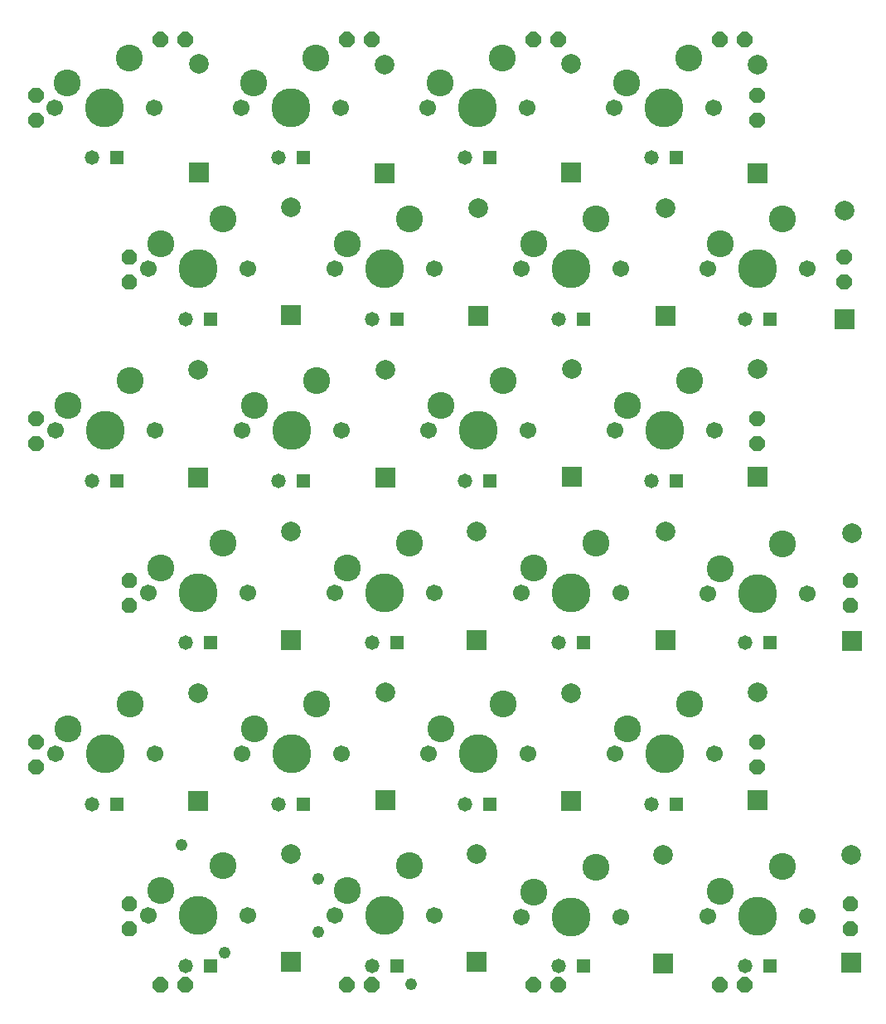
<source format=gbs>
G04 DipTrace 2.1.9.3*
%INBottomMask.gbr*%
%MOIN*%
%ADD21C,0.157*%
%ADD22C,0.067*%
%ADD28C,0.048*%
%ADD30R,0.058X0.058*%
%ADD32C,0.058*%
%ADD34C,0.0789*%
%ADD36R,0.0789X0.0789*%
%ADD38C,0.108*%
%FSLAX44Y44*%
%SFA1B1*%
%OFA0B0*%
G04*
G70*
G90*
G75*
G01*
%LNBotMask*%
%LPD*%
D28*
X15590Y500D3*
X8080Y1780D3*
X11864Y2610D3*
Y4755D3*
X6341Y6105D3*
D38*
X1750Y36750D3*
X4250Y37750D3*
D21*
X3250Y35750D3*
D22*
X1250D3*
X5250D3*
D38*
X9250Y36750D3*
X11750Y37750D3*
D21*
X10750Y35750D3*
D22*
X8750D3*
X12750D3*
D38*
X16750Y36750D3*
X19250Y37750D3*
D21*
X18250Y35750D3*
D22*
X16250D3*
X20250D3*
D38*
X24250Y36750D3*
X26750Y37750D3*
D21*
X25750Y35750D3*
D22*
X23750D3*
X27750D3*
D36*
X7050Y33150D3*
D34*
Y37500D3*
D36*
X14525Y33125D3*
D34*
Y37475D3*
D36*
X22025Y33150D3*
D34*
Y37500D3*
D36*
X29525Y33125D3*
D34*
Y37475D3*
D38*
X5500Y30275D3*
X8000Y31275D3*
D21*
X7000Y29275D3*
D22*
X5000D3*
X9000D3*
D38*
X13025Y30275D3*
X15525Y31275D3*
D21*
X14525Y29275D3*
D22*
X12525D3*
X16525D3*
D38*
X20525Y30275D3*
X23025Y31275D3*
D21*
X22025Y29275D3*
D22*
X20025D3*
X24025D3*
D38*
X28025Y30275D3*
X30525Y31275D3*
D21*
X29525Y29275D3*
D22*
X27525D3*
X31525D3*
D36*
X10750Y27400D3*
D34*
Y31750D3*
D36*
X18275Y27375D3*
D34*
Y31725D3*
D36*
X25825Y27375D3*
D34*
Y31725D3*
D36*
X33000Y27250D3*
D34*
Y31600D3*
D38*
X1775Y23775D3*
X4275Y24775D3*
D21*
X3275Y22775D3*
D22*
X1275D3*
X5275D3*
D38*
X9275Y23775D3*
X11775Y24775D3*
D21*
X10775Y22775D3*
D22*
X8775D3*
X12775D3*
D38*
X16775Y23775D3*
X19275Y24775D3*
D21*
X18275Y22775D3*
D22*
X16275D3*
X20275D3*
D38*
X24275Y23775D3*
X26775Y24775D3*
D21*
X25775Y22775D3*
D22*
X23775D3*
X27775D3*
D36*
X7000Y20875D3*
D34*
Y25225D3*
D36*
X14550Y20875D3*
D34*
Y25225D3*
D36*
X22050Y20900D3*
D34*
Y25250D3*
D36*
X29525Y20900D3*
D34*
Y25250D3*
D38*
X5500Y17250D3*
X8000Y18250D3*
D21*
X7000Y16250D3*
D22*
X5000D3*
X9000D3*
D38*
X13025Y17250D3*
X15525Y18250D3*
D21*
X14525Y16250D3*
D22*
X12525D3*
X16525D3*
D38*
X20525Y17250D3*
X23025Y18250D3*
D21*
X22025Y16250D3*
D22*
X20025D3*
X24025D3*
D38*
X28025Y17225D3*
X30525Y18225D3*
D21*
X29525Y16225D3*
D22*
X27525D3*
X31525D3*
D36*
X10750Y14350D3*
D34*
Y18700D3*
D36*
X18225Y14350D3*
D34*
Y18700D3*
D36*
X25800Y14350D3*
D34*
Y18700D3*
D36*
X33300Y14300D3*
D34*
Y18650D3*
D38*
X1775Y10775D3*
X4275Y11775D3*
D21*
X3275Y9775D3*
D22*
X1275D3*
X5275D3*
D38*
X9275Y10775D3*
X11775Y11775D3*
D21*
X10775Y9775D3*
D22*
X8775D3*
X12775D3*
D38*
X16775Y10775D3*
X19275Y11775D3*
D21*
X18275Y9775D3*
D22*
X16275D3*
X20275D3*
D38*
X24275Y10775D3*
X26775Y11775D3*
D21*
X25775Y9775D3*
D22*
X23775D3*
X27775D3*
D36*
X7025Y7875D3*
D34*
Y12225D3*
D36*
X14550Y7900D3*
D34*
Y12250D3*
D36*
X22025Y7875D3*
D34*
Y12225D3*
D36*
X29525Y7900D3*
D34*
Y12250D3*
D38*
X5500Y4275D3*
X8000Y5275D3*
D21*
X7000Y3275D3*
D22*
X5000D3*
X9000D3*
D38*
X13025Y4275D3*
X15525Y5275D3*
D21*
X14525Y3275D3*
D22*
X12525D3*
X16525D3*
D38*
X20500Y4225D3*
X23000Y5225D3*
D21*
X22000Y3225D3*
D22*
X20000D3*
X24000D3*
D38*
X28000Y4250D3*
X30500Y5250D3*
D21*
X29500Y3250D3*
D22*
X27500D3*
X31500D3*
D36*
X10750Y1400D3*
D34*
Y5750D3*
D36*
X18225Y1400D3*
D34*
Y5750D3*
D36*
X25725Y1350D3*
D34*
Y5700D3*
D36*
X33275Y1375D3*
D34*
Y5725D3*
D32*
X2750Y33750D3*
D30*
X3750D3*
D32*
X10250D3*
D30*
X11250D3*
D32*
X17750D3*
D30*
X18750D3*
D32*
X25250D3*
D30*
X26250D3*
D32*
X6500Y27250D3*
D30*
X7500D3*
D32*
X14000D3*
D30*
X15000D3*
D32*
X21500D3*
D30*
X22500D3*
D32*
X29000D3*
D30*
X30000D3*
D32*
X2750Y20750D3*
D30*
X3750D3*
D32*
X10250D3*
D30*
X11250D3*
D32*
X17750D3*
D30*
X18750D3*
D32*
X25250D3*
D30*
X26250D3*
D32*
X6500Y14250D3*
D30*
X7500D3*
D32*
X14000D3*
D30*
X15000D3*
D32*
X21500D3*
D30*
X22500D3*
D32*
X29000D3*
D30*
X30000D3*
D32*
X2750Y7750D3*
D30*
X3750D3*
D32*
X10250D3*
D30*
X11250D3*
D32*
X17750D3*
D30*
X18750D3*
D32*
X25250D3*
D30*
X26250D3*
D32*
X6500Y1250D3*
D30*
X7500D3*
D32*
X14000D3*
D30*
X15000D3*
D32*
X21500D3*
D30*
X22500D3*
D32*
X29000D3*
D30*
X30000D3*
G36*
X630Y35937D2*
X370D1*
X187Y36120D1*
Y36380D1*
X370Y36563D1*
X630D1*
X813Y36380D1*
Y36120D1*
X630Y35937D1*
G37*
G36*
X33130Y29437D2*
X32870D1*
X32687Y29620D1*
Y29880D1*
X32870Y30063D1*
X33130D1*
X33313Y29880D1*
Y29620D1*
X33130Y29437D1*
G37*
G36*
X630Y34937D2*
X370D1*
X187Y35120D1*
Y35380D1*
X370Y35563D1*
X630D1*
X813Y35380D1*
Y35120D1*
X630Y34937D1*
G37*
G36*
X29630Y35937D2*
X29370D1*
X29187Y36120D1*
Y36380D1*
X29370Y36563D1*
X29630D1*
X29813Y36380D1*
Y36120D1*
X29630Y35937D1*
G37*
G36*
Y34937D2*
X29370D1*
X29187Y35120D1*
Y35380D1*
X29370Y35563D1*
X29630D1*
X29813Y35380D1*
Y35120D1*
X29630Y34937D1*
G37*
G36*
X33130Y28437D2*
X32870D1*
X32687Y28620D1*
Y28880D1*
X32870Y29063D1*
X33130D1*
X33313Y28880D1*
Y28620D1*
X33130Y28437D1*
G37*
G36*
X29630Y22937D2*
X29370D1*
X29187Y23120D1*
Y23380D1*
X29370Y23563D1*
X29630D1*
X29813Y23380D1*
Y23120D1*
X29630Y22937D1*
G37*
G36*
Y21937D2*
X29370D1*
X29187Y22120D1*
Y22380D1*
X29370Y22563D1*
X29630D1*
X29813Y22380D1*
Y22120D1*
X29630Y21937D1*
G37*
G36*
X33380Y16437D2*
X33120D1*
X32937Y16620D1*
Y16880D1*
X33120Y17063D1*
X33380D1*
X33563Y16880D1*
Y16620D1*
X33380Y16437D1*
G37*
G36*
Y15437D2*
X33120D1*
X32937Y15620D1*
Y15880D1*
X33120Y16063D1*
X33380D1*
X33563Y15880D1*
Y15620D1*
X33380Y15437D1*
G37*
G36*
X29630Y9937D2*
X29370D1*
X29187Y10120D1*
Y10380D1*
X29370Y10563D1*
X29630D1*
X29813Y10380D1*
Y10120D1*
X29630Y9937D1*
G37*
G36*
Y8937D2*
X29370D1*
X29187Y9120D1*
Y9380D1*
X29370Y9563D1*
X29630D1*
X29813Y9380D1*
Y9120D1*
X29630Y8937D1*
G37*
G36*
X33380Y3437D2*
X33120D1*
X32937Y3620D1*
Y3880D1*
X33120Y4063D1*
X33380D1*
X33563Y3880D1*
Y3620D1*
X33380Y3437D1*
G37*
G36*
Y2437D2*
X33120D1*
X32937Y2620D1*
Y2880D1*
X33120Y3063D1*
X33380D1*
X33563Y2880D1*
Y2620D1*
X33380Y2437D1*
G37*
G36*
X5630Y38187D2*
X5370D1*
X5187Y38370D1*
Y38630D1*
X5370Y38813D1*
X5630D1*
X5813Y38630D1*
Y38370D1*
X5630Y38187D1*
G37*
G36*
X6630D2*
X6370D1*
X6187Y38370D1*
Y38630D1*
X6370Y38813D1*
X6630D1*
X6813Y38630D1*
Y38370D1*
X6630Y38187D1*
G37*
G36*
X13130D2*
X12870D1*
X12687Y38370D1*
Y38630D1*
X12870Y38813D1*
X13130D1*
X13313Y38630D1*
Y38370D1*
X13130Y38187D1*
G37*
G36*
X14130D2*
X13870D1*
X13687Y38370D1*
Y38630D1*
X13870Y38813D1*
X14130D1*
X14313Y38630D1*
Y38370D1*
X14130Y38187D1*
G37*
G36*
X20630D2*
X20370D1*
X20187Y38370D1*
Y38630D1*
X20370Y38813D1*
X20630D1*
X20813Y38630D1*
Y38370D1*
X20630Y38187D1*
G37*
G36*
X21630D2*
X21370D1*
X21187Y38370D1*
Y38630D1*
X21370Y38813D1*
X21630D1*
X21813Y38630D1*
Y38370D1*
X21630Y38187D1*
G37*
G36*
X28130D2*
X27870D1*
X27687Y38370D1*
Y38630D1*
X27870Y38813D1*
X28130D1*
X28313Y38630D1*
Y38370D1*
X28130Y38187D1*
G37*
G36*
X29130D2*
X28870D1*
X28687Y38370D1*
Y38630D1*
X28870Y38813D1*
X29130D1*
X29313Y38630D1*
Y38370D1*
X29130Y38187D1*
G37*
G36*
X28130Y187D2*
X27870D1*
X27687Y370D1*
Y630D1*
X27870Y813D1*
X28130D1*
X28313Y630D1*
Y370D1*
X28130Y187D1*
G37*
G36*
X29130D2*
X28870D1*
X28687Y370D1*
Y630D1*
X28870Y813D1*
X29130D1*
X29313Y630D1*
Y370D1*
X29130Y187D1*
G37*
G36*
X21630D2*
X21370D1*
X21187Y370D1*
Y630D1*
X21370Y813D1*
X21630D1*
X21813Y630D1*
Y370D1*
X21630Y187D1*
G37*
G36*
X20630D2*
X20370D1*
X20187Y370D1*
Y630D1*
X20370Y813D1*
X20630D1*
X20813Y630D1*
Y370D1*
X20630Y187D1*
G37*
G36*
X14130D2*
X13870D1*
X13687Y370D1*
Y630D1*
X13870Y813D1*
X14130D1*
X14313Y630D1*
Y370D1*
X14130Y187D1*
G37*
G36*
X13130D2*
X12870D1*
X12687Y370D1*
Y630D1*
X12870Y813D1*
X13130D1*
X13313Y630D1*
Y370D1*
X13130Y187D1*
G37*
G36*
X6630D2*
X6370D1*
X6187Y370D1*
Y630D1*
X6370Y813D1*
X6630D1*
X6813Y630D1*
Y370D1*
X6630Y187D1*
G37*
G36*
X5630D2*
X5370D1*
X5187Y370D1*
Y630D1*
X5370Y813D1*
X5630D1*
X5813Y630D1*
Y370D1*
X5630Y187D1*
G37*
G36*
X4380Y29437D2*
X4120D1*
X3937Y29620D1*
Y29880D1*
X4120Y30063D1*
X4380D1*
X4563Y29880D1*
Y29620D1*
X4380Y29437D1*
G37*
G36*
Y28437D2*
X4120D1*
X3937Y28620D1*
Y28880D1*
X4120Y29063D1*
X4380D1*
X4563Y28880D1*
Y28620D1*
X4380Y28437D1*
G37*
G36*
X630Y22937D2*
X370D1*
X187Y23120D1*
Y23380D1*
X370Y23563D1*
X630D1*
X813Y23380D1*
Y23120D1*
X630Y22937D1*
G37*
G36*
Y21937D2*
X370D1*
X187Y22120D1*
Y22380D1*
X370Y22563D1*
X630D1*
X813Y22380D1*
Y22120D1*
X630Y21937D1*
G37*
G36*
X4380Y16437D2*
X4120D1*
X3937Y16620D1*
Y16880D1*
X4120Y17063D1*
X4380D1*
X4563Y16880D1*
Y16620D1*
X4380Y16437D1*
G37*
G36*
Y15437D2*
X4120D1*
X3937Y15620D1*
Y15880D1*
X4120Y16063D1*
X4380D1*
X4563Y15880D1*
Y15620D1*
X4380Y15437D1*
G37*
G36*
X630Y9937D2*
X370D1*
X187Y10120D1*
Y10380D1*
X370Y10563D1*
X630D1*
X813Y10380D1*
Y10120D1*
X630Y9937D1*
G37*
G36*
Y8937D2*
X370D1*
X187Y9120D1*
Y9380D1*
X370Y9563D1*
X630D1*
X813Y9380D1*
Y9120D1*
X630Y8937D1*
G37*
G36*
X4380Y3437D2*
X4120D1*
X3937Y3620D1*
Y3880D1*
X4120Y4063D1*
X4380D1*
X4563Y3880D1*
Y3620D1*
X4380Y3437D1*
G37*
G36*
Y2437D2*
X4120D1*
X3937Y2620D1*
Y2880D1*
X4120Y3063D1*
X4380D1*
X4563Y2880D1*
Y2620D1*
X4380Y2437D1*
G37*
M02*

</source>
